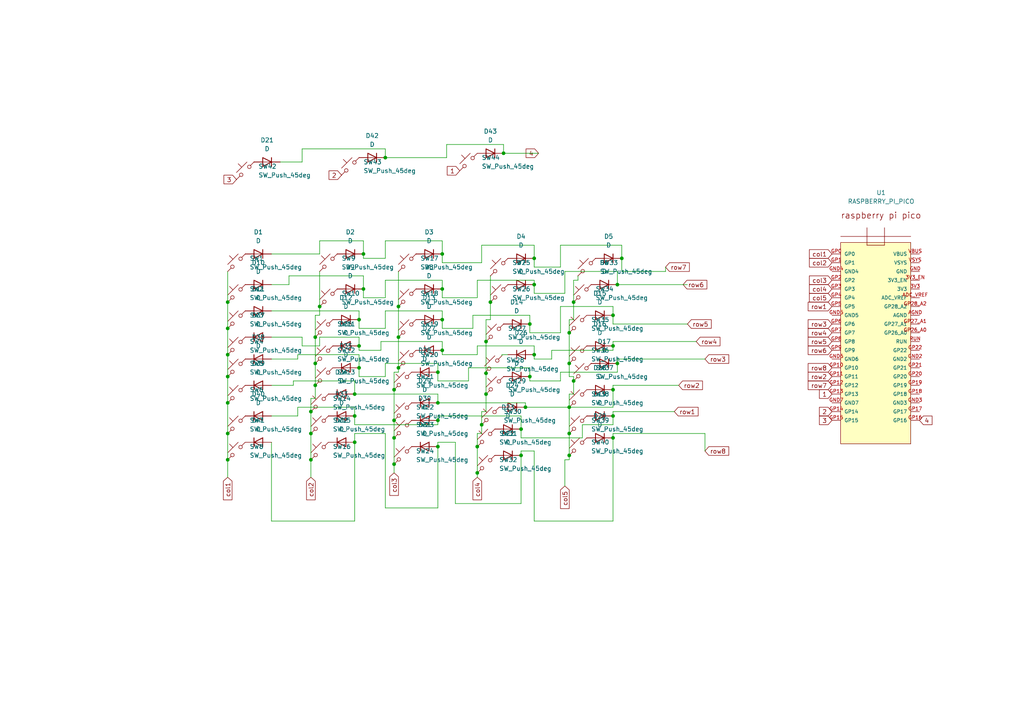
<source format=kicad_sch>
(kicad_sch (version 20231120) (generator "eeschema") (generator_version "8.0")
  (paper "A4")
  (lib_symbols
    (symbol "Device:D" (pin_numbers hide) (pin_names (offset 1.016) hide)
      (property "Reference" "D" (at 0 2.54 0))
      (property "Value" "D" (at 0 -2.54 0))
      (symbol "D_1_1"
        (pin passive line (at -3.81 0 0) (length 2.54) (name "K") (number "1"))
        (pin passive line (at 3.81 0 180) (length 2.54) (name "A") (number "2"))
      )
    )
    (symbol "Switch:SW_Push_45deg" (pin_numbers hide) (pin_names (offset 1.016) hide)
      (property "Reference" "SW" (at 3.048 1.016 0))
      (property "Value" "SW_Push_45deg" (at 0 -3.81 0))
      (symbol "SW_Push_45deg_0_1"
        (pin passive line (at -2.54 2.54 0) (length 0) (name "1") (number "1"))
        (pin passive line (at 2.54 -2.54 180) (length 0) (name "2") (number "2"))
      )
    )
    (symbol "USE_THIS_ONE:RASPBERRY_PI_PICO" (pin_names (offset 1.016))
      (property "Reference" "U" (at 0 0 0))
      (property "Value" "RASPBERRY_PI_PICO" (at 0 0 0))
      (symbol "RASPBERRY_PI_PICO_0_0"
        (text "raspberry pi pico" (at -7.62 30.48 0) (effects (font (size 1.778 1.778)) (justify left bottom)))
        (pin bidirectional line (at 15.24 10.16 180) (length 2.54) (name "3V3") (number "3V3"))
        (pin bidirectional line (at 15.24 12.7 180) (length 2.54) (name "3V3_EN") (number "3V3_EN"))
        (pin bidirectional line (at 15.24 7.62 180) (length 2.54) (name "ADC_VREF") (number "ADC_VREF"))
        (pin bidirectional line (at 15.24 2.54 180) (length 2.54) (name "AGND") (number "AGND"))
        (pin bidirectional line (at 15.24 15.24 180) (length 2.54) (name "GND") (number "GND"))
        (pin bidirectional line (at 15.24 -10.16 180) (length 2.54) (name "GND2") (number "GND2"))
        (pin bidirectional line (at 15.24 -22.86 180) (length 2.54) (name "GND3") (number "GND3"))
        (pin bidirectional line (at -10.16 15.24 0) (length 2.54) (name "GND4") (number "GND4"))
        (pin bidirectional line (at -10.16 2.54 0) (length 2.54) (name "GND5") (number "GND5"))
        (pin bidirectional line (at -10.16 -10.16 0) (length 2.54) (name "GND6") (number "GND6"))
        (pin bidirectional line (at -10.16 -22.86 0) (length 2.54) (name "GND7") (number "GND7"))
        (pin bidirectional line (at -10.16 20.32 0) (length 2.54) (name "GP0") (number "GP0"))
        (pin bidirectional line (at -10.16 17.78 0) (length 2.54) (name "GP1") (number "GP1"))
        (pin bidirectional line (at -10.16 -12.7 0) (length 2.54) (name "GP10") (number "GP10"))
        (pin bidirectional line (at -10.16 -15.24 0) (length 2.54) (name "GP11") (number "GP11"))
        (pin bidirectional line (at -10.16 -17.78 0) (length 2.54) (name "GP12") (number "GP12"))
        (pin bidirectional line (at -10.16 -20.32 0) (length 2.54) (name "GP13") (number "GP13"))
        (pin bidirectional line (at -10.16 -25.4 0) (length 2.54) (name "GP14") (number "GP14"))
        (pin bidirectional line (at -10.16 -27.94 0) (length 2.54) (name "GP15") (number "GP15"))
        (pin bidirectional line (at 15.24 -27.94 180) (length 2.54) (name "GP16") (number "GP16"))
        (pin bidirectional line (at 15.24 -25.4 180) (length 2.54) (name "GP17") (number "GP17"))
        (pin bidirectional line (at 15.24 -20.32 180) (length 2.54) (name "GP18") (number "GP18"))
        (pin bidirectional line (at 15.24 -17.78 180) (length 2.54) (name "GP19") (number "GP19"))
        (pin bidirectional line (at -10.16 12.7 0) (length 2.54) (name "GP2") (number "GP2"))
        (pin bidirectional line (at 15.24 -15.24 180) (length 2.54) (name "GP20") (number "GP20"))
        (pin bidirectional line (at 15.24 -12.7 180) (length 2.54) (name "GP21") (number "GP21"))
        (pin bidirectional line (at 15.24 -7.62 180) (length 2.54) (name "GP22") (number "GP22"))
        (pin bidirectional line (at 15.24 -2.54 180) (length 2.54) (name "GP26_A0") (number "GP26_A0"))
        (pin bidirectional line (at 15.24 0 180) (length 2.54) (name "GP27_A1") (number "GP27_A1"))
        (pin bidirectional line (at 15.24 5.08 180) (length 2.54) (name "GP28_A2") (number "GP28_A2"))
        (pin bidirectional line (at -10.16 10.16 0) (length 2.54) (name "GP3") (number "GP3"))
        (pin bidirectional line (at -10.16 7.62 0) (length 2.54) (name "GP4") (number "GP4"))
        (pin bidirectional line (at -10.16 5.08 0) (length 2.54) (name "GP5") (number "GP5"))
        (pin bidirectional line (at -10.16 0 0) (length 2.54) (name "GP6") (number "GP6"))
        (pin bidirectional line (at -10.16 -2.54 0) (length 2.54) (name "GP7") (number "GP7"))
        (pin bidirectional line (at -10.16 -5.08 0) (length 2.54) (name "GP8") (number "GP8"))
        (pin bidirectional line (at -10.16 -7.62 0) (length 2.54) (name "GP9") (number "GP9"))
        (pin bidirectional line (at 15.24 -5.08 180) (length 2.54) (name "RUN") (number "RUN"))
        (pin bidirectional line (at 15.24 20.32 180) (length 2.54) (name "VBUS") (number "VBUS"))
        (pin bidirectional line (at 15.24 17.78 180) (length 2.54) (name "VSYS") (number "VSYS"))
      )
    )
  )
  (junction (at 90.17 133.35))
  (junction (at 114.3 121.92))
  (junction (at 146.05 44.45))
  (junction (at 179.07 105.41))
  (junction (at 165.1 132.08))
  (junction (at 128.27 92.71))
  (junction (at 128.27 83.82))
  (junction (at 154.94 102.87))
  (junction (at 127 121.92))
  (junction (at 142.24 87.63))
  (junction (at 66.04 125.73))
  (junction (at 140.97 99.06))
  (junction (at 166.37 110.49))
  (junction (at 151.13 132.08))
  (junction (at 91.44 105.41))
  (junction (at 177.8 127))
  (junction (at 177.8 120.65))
  (junction (at 139.7 123.19))
  (junction (at 153.67 93.98))
  (junction (at 114.3 134.62))
  (junction (at 128.27 73.66))
  (junction (at 102.87 128.27))
  (junction (at 105.41 83.82))
  (junction (at 180.34 74.93))
  (junction (at 179.07 82.55))
  (junction (at 114.3 127))
  (junction (at 66.04 133.35))
  (junction (at 66.04 95.25))
  (junction (at 66.04 87.63))
  (junction (at 66.04 109.22))
  (junction (at 177.8 91.44))
  (junction (at 151.13 124.46))
  (junction (at 91.44 97.79))
  (junction (at 152.4 118.11))
  (junction (at 138.43 137.16))
  (junction (at 92.71 88.9))
  (junction (at 104.14 92.71))
  (junction (at 66.04 102.87))
  (junction (at 104.14 106.68))
  (junction (at 138.43 129.54))
  (junction (at 90.17 125.73))
  (junction (at 115.57 88.9))
  (junction (at 165.1 118.11))
  (junction (at 177.8 100.33))
  (junction (at 166.37 87.63))
  (junction (at 114.3 113.03))
  (junction (at 177.8 113.03))
  (junction (at 140.97 114.3))
  (junction (at 165.1 96.52))
  (junction (at 165.1 105.41))
  (junction (at 127 129.54))
  (junction (at 105.41 73.66))
  (junction (at 127 107.95))
  (junction (at 102.87 120.65))
  (junction (at 66.04 116.84))
  (junction (at 127 116.84))
  (junction (at 115.57 106.68))
  (junction (at 165.1 125.73))
  (junction (at 115.57 97.79))
  (junction (at 104.14 100.33))
  (junction (at 154.94 82.55))
  (junction (at 102.87 114.3))
  (junction (at 153.67 109.22))
  (junction (at 154.94 74.93))
  (junction (at 128.27 101.6))
  (junction (at 91.44 111.76))
  (junction (at 90.17 119.38))
  (junction (at 140.97 108.2573))
  (junction (at 111.76 45.72))
  (wire (pts (xy 142.24 87.63) (xy 142.24 92.71)))
  (wire (pts (xy 102.87 128.27) (xy 102.87 125.73)))
  (wire (pts (xy 105.41 74.93) (xy 111.76 74.93)))
  (wire (pts (xy 163.83 85.09) (xy 163.83 78.74)))
  (wire (pts (xy 115.57 107.95) (xy 114.3 107.95)))
  (wire (pts (xy 111.76 105.41) (xy 127 105.41)))
  (wire (pts (xy 179.07 78.74) (xy 179.07 82.55)))
  (wire (pts (xy 154.94 102.87) (xy 154.94 104.14)))
  (wire (pts (xy 167.64 80.01) (xy 167.64 81.28)))
  (wire (pts (xy 166.37 81.28) (xy 166.37 87.63)))
  (wire (pts (xy 127 123.19) (xy 127 121.92)))
  (wire (pts (xy 154.94 85.09) (xy 163.83 85.09)))
  (wire (pts (xy 160.02 104.14) (xy 160.02 101.6)))
  (wire (pts (xy 177.8 127) (xy 177.8 125.73)))
  (wire (pts (xy 180.34 74.93) (xy 180.34 78.74)))
  (wire (pts (xy 162.56 107.95) (xy 179.07 107.95)))
  (wire (pts (xy 87.63 46.99) (xy 87.63 43.18)))
  (wire (pts (xy 127 105.41) (xy 127 107.95)))
  (wire (pts (xy 138.43 137.16) (xy 138.43 138.43)))
  (wire (pts (xy 165.1 96.52) (xy 165.1 105.41)))
  (wire (pts (xy 92.71 97.79) (xy 104.14 97.79)))
  (wire (pts (xy 140.97 114.3) (xy 140.97 108.2573)))
  (wire (pts (xy 92.71 69.85) (xy 105.41 69.85)))
  (wire (pts (xy 168.91 123.19) (xy 177.8 123.19)))
  (wire (pts (xy 92.71 88.9) (xy 92.71 91.44)))
  (wire (pts (xy 66.04 95.25) (xy 66.04 102.87)))
  (wire (pts (xy 165.1 125.73) (xy 165.1 132.08)))
  (wire (pts (xy 165.1 114.3) (xy 165.1 118.11)))
  (wire (pts (xy 104.14 97.79) (xy 104.14 100.33)))
  (wire (pts (xy 177.8 120.65) (xy 177.8 119.38)))
  (wire (pts (xy 147.32 102.87) (xy 145.5727 102.87)))
  (wire (pts (xy 166.37 87.63) (xy 166.37 92.71)))
  (wire (pts (xy 128.27 81.28) (xy 128.27 83.82)))
  (wire (pts (xy 78.74 120.65) (xy 86.36 120.65)))
  (wire (pts (xy 102.87 118.11) (xy 102.87 120.65)))
  (wire (pts (xy 102.87 151.13) (xy 102.87 128.27)))
  (wire (pts (xy 177.8 101.6) (xy 177.8 100.33)))
  (wire (pts (xy 105.41 73.66) (xy 105.41 74.93)))
  (wire (pts (xy 163.83 133.35) (xy 163.83 140.97)))
  (wire (pts (xy 154.94 74.93) (xy 154.94 77.47)))
  (wire (pts (xy 128.27 101.6) (xy 128.27 102.87)))
  (wire (pts (xy 128.27 83.82) (xy 128.27 86.36)))
  (wire (pts (xy 111.76 81.28) (xy 128.27 81.28)))
  (wire (pts (xy 153.67 93.98) (xy 153.67 96.52)))
  (wire (pts (xy 110.49 101.6) (xy 110.49 99.06)))
  (wire (pts (xy 111.76 125.73) (xy 111.76 147.32)))
  (wire (pts (xy 153.67 110.49) (xy 162.56 110.49)))
  (wire (pts (xy 104.14 95.25) (xy 111.76 95.25)))
  (wire (pts (xy 127 128.27) (xy 132.08 128.27)))
  (wire (pts (xy 91.44 115.57) (xy 90.17 115.57)))
  (wire (pts (xy 135.89 110.49) (xy 135.89 106.68)))
  (wire (pts (xy 165.1 118.11) (xy 165.1 125.73)))
  (wire (pts (xy 177.8 125.73) (xy 204.47 125.73)))
  (wire (pts (xy 115.57 88.9) (xy 115.57 97.79)))
  (wire (pts (xy 140.97 119.38) (xy 139.7 119.38)))
  (wire (pts (xy 92.71 73.66) (xy 92.71 69.85)))
  (wire (pts (xy 102.87 114.3) (xy 127 114.3)))
  (wire (pts (xy 114.3 107.95) (xy 114.3 113.03)))
  (wire (pts (xy 128.27 92.71) (xy 128.27 95.25)))
  (wire (pts (xy 139.7 119.38) (xy 139.7 123.19)))
  (wire (pts (xy 127 116.84) (xy 152.4 116.84)))
  (wire (pts (xy 165.1 109.22) (xy 166.37 109.22)))
  (wire (pts (xy 152.4 118.11) (xy 165.1 118.11)))
  (wire (pts (xy 138.43 129.54) (xy 138.43 137.16)))
  (wire (pts (xy 139.7 125.73) (xy 138.43 125.73)))
  (wire (pts (xy 86.36 104.14) (xy 86.36 102.87)))
  (wire (pts (xy 128.27 90.17) (xy 128.27 92.71)))
  (wire (pts (xy 102.87 123.19) (xy 127 123.19)))
  (wire (pts (xy 92.71 100.33) (xy 92.71 97.79)))
  (wire (pts (xy 91.44 97.79) (xy 91.44 105.41)))
  (wire (pts (xy 92.71 78.74) (xy 92.71 88.9)))
  (wire (pts (xy 102.87 120.65) (xy 102.87 123.19)))
  (wire (pts (xy 128.27 73.66) (xy 128.27 76.2)))
  (wire (pts (xy 177.8 99.06) (xy 201.93 99.06)))
  (wire (pts (xy 86.36 102.87) (xy 104.14 102.87)))
  (wire (pts (xy 137.16 91.44) (xy 153.67 91.44)))
  (wire (pts (xy 128.27 95.25) (xy 137.16 95.25)))
  (wire (pts (xy 177.8 100.33) (xy 177.8 99.06)))
  (wire (pts (xy 115.57 78.74) (xy 115.57 88.9)))
  (wire (pts (xy 140.97 114.3) (xy 140.97 119.38)))
  (wire (pts (xy 162.56 110.49) (xy 162.56 107.95)))
  (wire (pts (xy 139.7 76.2) (xy 139.7 71.12)))
  (wire (pts (xy 153.67 109.22) (xy 153.67 110.49)))
  (wire (pts (xy 102.87 110.49) (xy 102.87 114.3)))
  (wire (pts (xy 138.43 125.73) (xy 138.43 129.54)))
  (wire (pts (xy 165.1 118.11) (xy 177.8 118.11)))
  (wire (pts (xy 165.1 132.08) (xy 165.1 133.35)))
  (wire (pts (xy 87.63 97.79) (xy 87.63 100.33)))
  (wire (pts (xy 127 147.32) (xy 127 129.54)))
  (wire (pts (xy 66.04 116.84) (xy 66.04 125.73)))
  (wire (pts (xy 66.04 109.22) (xy 66.04 116.84)))
  (wire (pts (xy 78.74 128.27) (xy 78.74 151.13)))
  (wire (pts (xy 140.97 99.06) (xy 140.97 108.2573)))
  (wire (pts (xy 138.43 86.36) (xy 138.43 81.28)))
  (wire (pts (xy 177.8 118.11) (xy 177.8 113.03)))
  (wire (pts (xy 78.74 104.14) (xy 86.36 104.14)))
  (wire (pts (xy 104.14 109.22) (xy 111.76 109.22)))
  (wire (pts (xy 128.27 76.2) (xy 139.7 76.2)))
  (wire (pts (xy 90.17 119.38) (xy 90.17 125.73)))
  (wire (pts (xy 105.41 86.36) (xy 111.76 86.36)))
  (wire (pts (xy 162.56 77.47) (xy 162.56 71.12)))
  (wire (pts (xy 78.74 73.66) (xy 92.71 73.66)))
  (wire (pts (xy 177.8 91.44) (xy 177.8 93.98)))
  (wire (pts (xy 66.04 133.35) (xy 66.04 138.43)))
  (wire (pts (xy 111.76 90.17) (xy 128.27 90.17)))
  (wire (pts (xy 154.94 71.12) (xy 154.94 74.93)))
  (wire (pts (xy 151.13 130.81) (xy 154.94 130.81)))
  (wire (pts (xy 162.56 88.9) (xy 177.8 88.9)))
  (wire (pts (xy 138.43 100.33) (xy 154.94 100.33)))
  (wire (pts (xy 165.1 92.71) (xy 165.1 96.52)))
  (wire (pts (xy 78.74 97.79) (xy 87.63 97.79)))
  (wire (pts (xy 193.04 77.47) (xy 193.04 78.74)))
  (wire (pts (xy 166.37 110.49) (xy 166.37 114.3)))
  (wire (pts (xy 78.74 151.13) (xy 102.87 151.13)))
  (wire (pts (xy 111.76 74.93) (xy 111.76 69.85)))
  (wire (pts (xy 179.07 82.55) (xy 199.39 82.55)))
  (wire (pts (xy 128.27 102.87) (xy 138.43 102.87)))
  (wire (pts (xy 154.94 151.13) (xy 177.8 151.13)))
  (wire (pts (xy 152.4 116.84) (xy 152.4 118.11)))
  (wire (pts (xy 85.09 111.76) (xy 85.09 110.49)))
  (wire (pts (xy 66.04 125.73) (xy 66.04 133.35)))
  (wire (pts (xy 166.37 109.22) (xy 166.37 110.49)))
  (wire (pts (xy 91.44 91.44) (xy 91.44 97.79)))
  (wire (pts (xy 127 114.3) (xy 127 116.84)))
  (wire (pts (xy 85.09 110.49) (xy 102.87 110.49)))
  (wire (pts (xy 128.27 86.36) (xy 138.43 86.36)))
  (wire (pts (xy 153.67 106.68) (xy 153.67 109.22)))
  (wire (pts (xy 163.83 78.74) (xy 179.07 78.74)))
  (wire (pts (xy 115.57 97.79) (xy 115.57 106.68)))
  (wire (pts (xy 111.76 43.18) (xy 111.76 45.72)))
  (wire (pts (xy 142.24 80.01) (xy 142.24 87.63)))
  (wire (pts (xy 151.13 124.46) (xy 151.13 127)))
  (wire (pts (xy 104.14 92.71) (xy 104.14 95.25)))
  (wire (pts (xy 140.97 92.71) (xy 140.97 99.06)))
  (wire (pts (xy 177.8 151.13) (xy 177.8 127)))
  (wire (pts (xy 138.43 102.87) (xy 138.43 100.33)))
  (wire (pts (xy 179.07 107.95) (xy 179.07 105.41)))
  (wire (pts (xy 78.74 82.55) (xy 83.82 82.55)))
  (wire (pts (xy 87.63 100.33) (xy 92.71 100.33)))
  (wire (pts (xy 151.13 127) (xy 168.91 127)))
  (wire (pts (xy 114.3 127) (xy 114.3 134.62)))
  (wire (pts (xy 114.3 113.03) (xy 114.3 121.92)))
  (wire (pts (xy 151.13 146.05) (xy 151.13 132.08)))
  (wire (pts (xy 105.41 69.85) (xy 105.41 73.66)))
  (wire (pts (xy 104.14 100.33) (xy 104.14 101.6)))
  (wire (pts (xy 115.57 106.68) (xy 115.57 107.95)))
  (wire (pts (xy 166.37 92.71) (xy 165.1 92.71)))
  (wire (pts (xy 66.04 102.87) (xy 66.04 109.22)))
  (wire (pts (xy 111.76 45.72) (xy 129.54 45.72)))
  (wire (pts (xy 151.13 120.65) (xy 151.13 124.46)))
  (wire (pts (xy 111.76 86.36) (xy 111.76 81.28)))
  (wire (pts (xy 180.34 78.74) (xy 193.04 78.74)))
  (wire (pts (xy 92.71 91.44) (xy 91.44 91.44)))
  (wire (pts (xy 151.13 132.08) (xy 151.13 130.81)))
  (wire (pts (xy 180.34 71.12) (xy 180.34 74.93)))
  (wire (pts (xy 114.3 134.62) (xy 114.3 137.16)))
  (wire (pts (xy 177.8 123.19) (xy 177.8 120.65)))
  (wire (pts (xy 127 110.49) (xy 135.89 110.49)))
  (wire (pts (xy 129.54 45.72) (xy 129.54 41.91)))
  (wire (pts (xy 105.41 80.01) (xy 105.41 83.82)))
  (wire (pts (xy 127 129.54) (xy 127 128.27)))
  (wire (pts (xy 91.44 105.41) (xy 91.44 111.76)))
  (wire (pts (xy 128.27 69.85) (xy 128.27 73.66)))
  (wire (pts (xy 90.17 125.73) (xy 90.17 133.35)))
  (wire (pts (xy 129.54 41.91) (xy 146.05 41.91)))
  (wire (pts (xy 66.04 78.74) (xy 66.04 87.63)))
  (wire (pts (xy 145.5727 102.87) (xy 145.5727 103.1773)))
  (wire (pts (xy 132.08 128.27) (xy 132.08 146.05)))
  (wire (pts (xy 104.14 106.68) (xy 104.14 109.22)))
  (wire (pts (xy 177.8 113.03) (xy 177.8 111.76)))
  (wire (pts (xy 140.97 108.2573) (xy 140.4927 108.2573)))
  (wire (pts (xy 86.36 118.11) (xy 102.87 118.11)))
  (wire (pts (xy 127 121.92) (xy 127 120.65)))
  (wire (pts (xy 90.17 133.35) (xy 90.17 138.43)))
  (wire (pts (xy 87.63 43.18) (xy 111.76 43.18)))
  (wire (pts (xy 66.04 87.63) (xy 66.04 95.25)))
  (wire (pts (xy 146.05 44.45) (xy 156.21 44.45)))
  (wire (pts (xy 154.94 82.55) (xy 154.94 85.09)))
  (wire (pts (xy 83.82 80.01) (xy 105.41 80.01)))
  (wire (pts (xy 162.56 96.52) (xy 162.56 88.9)))
  (wire (pts (xy 177.8 88.9) (xy 177.8 91.44)))
  (wire (pts (xy 179.07 104.14) (xy 204.47 104.14)))
  (wire (pts (xy 142.24 92.71) (xy 140.97 92.71)))
  (wire (pts (xy 166.37 114.3) (xy 165.1 114.3)))
  (wire (pts (xy 128.27 99.06) (xy 128.27 101.6)))
  (wire (pts (xy 160.02 101.6) (xy 177.8 101.6)))
  (wire (pts (xy 127 120.65) (xy 151.13 120.65)))
  (wire (pts (xy 83.82 82.55) (xy 83.82 80.01)))
  (wire (pts (xy 132.08 146.05) (xy 151.13 146.05)))
  (wire (pts (xy 168.91 127) (xy 168.91 123.19)))
  (wire (pts (xy 154.94 104.14) (xy 160.02 104.14)))
  (wire (pts (xy 154.94 77.47) (xy 162.56 77.47)))
  (wire (pts (xy 204.47 125.73) (xy 204.47 130.81)))
  (wire (pts (xy 86.36 120.65) (xy 86.36 118.11)))
  (wire (pts (xy 111.76 147.32) (xy 127 147.32)))
  (wire (pts (xy 146.05 41.91) (xy 146.05 44.45)))
  (wire (pts (xy 105.41 83.82) (xy 105.41 86.36)))
  (wire (pts (xy 78.74 90.17) (xy 104.14 90.17)))
  (wire (pts (xy 102.87 125.73) (xy 111.76 125.73)))
  (wire (pts (xy 153.67 91.44) (xy 153.67 93.98)))
  (wire (pts (xy 179.07 105.41) (xy 179.07 104.14)))
  (wire (pts (xy 110.49 99.06) (xy 128.27 99.06)))
  (wire (pts (xy 139.7 123.19) (xy 139.7 125.73)))
  (wire (pts (xy 111.76 95.25) (xy 111.76 90.17)))
  (wire (pts (xy 165.1 133.35) (xy 163.83 133.35)))
  (wire (pts (xy 111.76 69.85) (xy 128.27 69.85)))
  (wire (pts (xy 111.76 109.22) (xy 111.76 105.41)))
  (wire (pts (xy 135.89 106.68) (xy 153.67 106.68)))
  (wire (pts (xy 139.7 71.12) (xy 154.94 71.12)))
  (wire (pts (xy 78.74 111.76) (xy 85.09 111.76)))
  (wire (pts (xy 154.94 130.81) (xy 154.94 151.13)))
  (wire (pts (xy 90.17 115.57) (xy 90.17 119.38)))
  (wire (pts (xy 138.43 81.28) (xy 154.94 81.28)))
  (wire (pts (xy 162.56 71.12) (xy 180.34 71.12)))
  (wire (pts (xy 153.67 96.52) (xy 162.56 96.52)))
  (wire (pts (xy 91.44 111.76) (xy 91.44 115.57)))
  (wire (pts (xy 165.1 105.41) (xy 165.1 109.22)))
  (wire (pts (xy 154.94 100.33) (xy 154.94 102.87)))
  (wire (pts (xy 114.3 121.92) (xy 114.3 127)))
  (wire (pts (xy 154.94 81.28) (xy 154.94 82.55)))
  (wire (pts (xy 81.28 46.99) (xy 87.63 46.99)))
  (wire (pts (xy 177.8 119.38) (xy 195.58 119.38)))
  (wire (pts (xy 177.8 93.98) (xy 199.39 93.98)))
  (wire (pts (xy 137.16 95.25) (xy 137.16 91.44)))
  (wire (pts (xy 167.64 81.28) (xy 166.37 81.28)))
  (wire (pts (xy 177.8 111.76) (xy 196.85 111.76)))
  (wire (pts (xy 104.14 102.87) (xy 104.14 106.68)))
  (wire (pts (xy 104.14 90.17) (xy 104.14 92.71)))
  (wire (pts (xy 127 107.95) (xy 127 110.49)))
  (wire (pts (xy 104.14 101.6) (xy 110.49 101.6)))
  (global_label "col2" (shape input) (at 241.3 76.2 180) (property "Intersheetrefs" "${INTERSHEET_REFS}" (effects (hide yes))))
  (global_label "row2" (shape input) (at 241.3 109.22 180) (property "Intersheetrefs" "${INTERSHEET_REFS}" (effects (hide yes))))
  (global_label "2" (shape input) (at 241.3 119.38 180) (property "Intersheetrefs" "${INTERSHEET_REFS}" (effects (hide yes))))
  (global_label "col5" (shape input) (at 241.3 86.36 180) (property "Intersheetrefs" "${INTERSHEET_REFS}" (effects (hide yes))))
  (global_label "row1" (shape input) (at 241.3 88.9 180) (property "Intersheetrefs" "${INTERSHEET_REFS}" (effects (hide yes))))
  (global_label "4" (shape input) (at 266.7 121.92 0) (property "Intersheetrefs" "${INTERSHEET_REFS}" (effects (hide yes))))
  (global_label "col3" (shape input) (at 114.3 137.16 270) (property "Intersheetrefs" "${INTERSHEET_REFS}" (effects (hide yes))))
  (global_label "row8" (shape input) (at 241.3 106.68 180) (property "Intersheetrefs" "${INTERSHEET_REFS}" (effects (hide yes))))
  (global_label "row3" (shape input) (at 241.3 93.98 180) (property "Intersheetrefs" "${INTERSHEET_REFS}" (effects (hide yes))))
  (global_label "row6" (shape input) (at 198.12 82.55 0) (property "Intersheetrefs" "${INTERSHEET_REFS}" (effects (hide yes))))
  (global_label "3" (shape input) (at 241.3 121.92 180) (property "Intersheetrefs" "${INTERSHEET_REFS}" (effects (hide yes))))
  (global_label "row7" (shape input) (at 241.3 111.76 180) (property "Intersheetrefs" "${INTERSHEET_REFS}" (effects (hide yes))))
  (global_label "col3" (shape input) (at 241.3 81.28 180) (property "Intersheetrefs" "${INTERSHEET_REFS}" (effects (hide yes))))
  (global_label "row8" (shape input) (at 204.47 130.81 0) (property "Intersheetrefs" "${INTERSHEET_REFS}" (effects (hide yes))))
  (global_label "row6" (shape input) (at 241.3 101.6 180) (property "Intersheetrefs" "${INTERSHEET_REFS}" (effects (hide yes))))
  (global_label "row7" (shape input) (at 193.04 77.47 0) (property "Intersheetrefs" "${INTERSHEET_REFS}" (effects (hide yes))))
  (global_label "row2" (shape input) (at 196.85 111.76 0) (property "Intersheetrefs" "${INTERSHEET_REFS}" (effects (hide yes))))
  (global_label "2" (shape input) (at 99.06 50.8 180) (property "Intersheetrefs" "${INTERSHEET_REFS}" (effects (hide yes))))
  (global_label "row4" (shape input) (at 201.93 99.06 0) (property "Intersheetrefs" "${INTERSHEET_REFS}" (effects (hide yes))))
  (global_label "row5" (shape input) (at 241.3 99.06 180) (property "Intersheetrefs" "${INTERSHEET_REFS}" (effects (hide yes))))
  (global_label "col4" (shape input) (at 138.43 138.43 270) (property "Intersheetrefs" "${INTERSHEET_REFS}" (effects (hide yes))))
  (global_label "4" (shape input) (at 156.21 44.45 180) (property "Intersheetrefs" "${INTERSHEET_REFS}" (effects (hide yes))))
  (global_label "3" (shape input) (at 68.58 52.07 180) (property "Intersheetrefs" "${INTERSHEET_REFS}" (effects (hide yes))))
  (global_label "row3" (shape input) (at 204.47 104.14 0) (property "Intersheetrefs" "${INTERSHEET_REFS}" (effects (hide yes))))
  (global_label "col4" (shape input) (at 241.3 83.82 180) (property "Intersheetrefs" "${INTERSHEET_REFS}" (effects (hide yes))))
  (global_label "row4" (shape input) (at 241.3 96.52 180) (property "Intersheetrefs" "${INTERSHEET_REFS}" (effects (hide yes))))
  (global_label "col5" (shape input) (at 163.83 140.97 270) (property "Intersheetrefs" "${INTERSHEET_REFS}" (effects (hide yes))))
  (global_label "col1" (shape input) (at 66.04 138.43 270) (property "Intersheetrefs" "${INTERSHEET_REFS}" (effects (hide yes))))
  (global_label "col2" (shape input) (at 90.17 138.43 270) (property "Intersheetrefs" "${INTERSHEET_REFS}" (effects (hide yes))))
  (global_label "col1" (shape input) (at 241.3 73.66 180) (property "Intersheetrefs" "${INTERSHEET_REFS}" (effects (hide yes))))
  (global_label "row1" (shape input) (at 195.58 119.38 0) (property "Intersheetrefs" "${INTERSHEET_REFS}" (effects (hide yes))))
  (global_label "row5" (shape input) (at 199.39 93.98 0) (property "Intersheetrefs" "${INTERSHEET_REFS}" (effects (hide yes))))
  (global_label "1" (shape input) (at 241.3 114.3 180) (property "Intersheetrefs" "${INTERSHEET_REFS}" (effects (hide yes))))
  (global_label "1" (shape input) (at 133.35 49.53 180) (property "Intersheetrefs" "${INTERSHEET_REFS}" (effects (hide yes))))
  (symbol (lib_id "Switch:SW_Push_45deg") (at 144.78 77.47 90) (unit 1)
    (property "Reference" "SW25" (at 148.59 76.1999 90) (effects (justify right)))
    (property "Value" "SW_Push_45deg" (at 148.59 78.7399 90) (effects (justify right)))
    (property "Footprint" "Button_Switch_Keyboard:SW_Cherry_MX_1.00u_PCB" (effects (hide yes)))
    (property "Description" "Push button switch, normally open, two pins, 45° tilted" (effects (hide yes)))
  )
  (symbol (lib_id "Device:D") (at 149.86 93.98 180) (unit 1)
    (property "Reference" "D14" (at 149.86 87.63 0))
    (property "Value" "D" (at 149.86 90.17 0))
    (property "Footprint" "1N4148:DIOAD753W49L380D172B" (effects (hide yes)))
    (property "Description" "Diode" (effects (hide yes)))
    (property "Sim.Device" "D" (effects (hide yes)))
    (property "Sim.Pins" "1=K 2=A" (effects (hide yes)))
  )
  (symbol (lib_id "Device:D") (at 101.6 83.82 180) (unit 1)
    (property "Reference" "D9" (at 101.6 77.47 0))
    (property "Value" "D" (at 101.6 80.01 0))
    (property "Footprint" "1N4148:DIOAD753W49L380D172B" (effects (hide yes)))
    (property "Description" "Diode" (effects (hide yes)))
    (property "Sim.Device" "D" (effects (hide yes)))
    (property "Sim.Pins" "1=K 2=A" (effects (hide yes)))
  )
  (symbol (lib_id "USE_THIS_ONE:RASPBERRY_PI_PICO") (at 251.46 93.98 0) (unit 1)
    (property "Reference" "U1" (at 255.5571 55.88 0))
    (property "Value" "RASPBERRY_PI_PICO" (at 255.5571 58.42 0))
    (property "Footprint" "USE_THIS_ONE:RASPBERRY_PI_PICO" (effects (hide yes)))
    (property "MF" "Raspberry Pi" (effects (hide yes)))
    (property "Description_1" "\n                        \n                            Raspberry Pi Board, Arm Cortex-M0+; Core Architecture:Arm; Core Sub-Architecture:Cortex-M0+; Kit Contents:Raspberry Pi Pico Board; No. Of Bits:32Bit; Silicon Core Number:Rp2040; Silicon Manufacturer:Raspberry Pi |Raspberry-Pi RASPBERRY PI PICO\n                        \n" (effects (hide yes)))
    (property "Package" "None" (effects (hide yes)))
    (property "Price" "None" (effects (hide yes)))
    (property "SnapEDA_Link" "https://www.snapeda.com/parts/RASPBERRY%20PI%20PICO/Raspberry+Pi/view-part/?ref=snap" (effects (hide yes)))
    (property "MP" "RASPBERRY PI PICO" (effects (hide yes)))
    (property "Availability" "Not in stock" (effects (hide yes)))
    (property "Check_prices" "https://www.snapeda.com/parts/RASPBERRY%20PI%20PICO/Raspberry+Pi/view-part/?ref=eda" (effects (hide yes)))
  )
  (symbol (lib_id "Switch:SW_Push_45deg") (at 92.71 123.19 90) (unit 1)
    (property "Reference" "SW15" (at 96.52 121.9199 90) (effects (justify right)))
    (property "Value" "SW_Push_45deg" (at 96.52 124.4599 90) (effects (justify right)))
    (property "Footprint" "Button_Switch_Keyboard:SW_Cherry_MX_1.00u_PCB" (effects (hide yes)))
    (property "Description" "Push button switch, normally open, two pins, 45° tilted" (effects (hide yes)))
  )
  (symbol (lib_id "Switch:SW_Push_45deg") (at 68.58 130.81 90) (unit 1)
    (property "Reference" "SW8" (at 72.39 129.5399 90) (effects (justify right)))
    (property "Value" "SW_Push_45deg" (at 72.39 132.0799 90) (effects (justify right)))
    (property "Footprint" "Button_Switch_Keyboard:SW_Cherry_MX_1.00u_PCB" (effects (hide yes)))
    (property "Description" "Push button switch, normally open, two pins, 45° tilted" (effects (hide yes)))
  )
  (symbol (lib_id "Switch:SW_Push_45deg") (at 101.6 48.26 90) (unit 1)
    (property "Reference" "SW43" (at 105.41 46.9899 90) (effects (justify right)))
    (property "Value" "SW_Push_45deg" (at 105.41 49.5299 90) (effects (justify right)))
    (property "Footprint" "Button_Switch_Keyboard:SW_Cherry_MX_1.00u_PCB" (effects (hide yes)))
    (property "Description" "Push button switch, normally open, two pins, 45° tilted" (effects (hide yes)))
  )
  (symbol (lib_id "Device:D") (at 74.93 90.17 180) (unit 1)
    (property "Reference" "D11" (at 74.93 83.82 0))
    (property "Value" "D" (at 74.93 86.36 0))
    (property "Footprint" "1N4148:DIOAD753W49L380D172B" (effects (hide yes)))
    (property "Description" "Diode" (effects (hide yes)))
    (property "Sim.Device" "D" (effects (hide yes)))
    (property "Sim.Pins" "1=K 2=A" (effects (hide yes)))
  )
  (symbol (lib_id "Device:D") (at 151.13 82.55 180) (unit 1)
    (property "Reference" "D7" (at 151.13 76.2 0))
    (property "Value" "D" (at 151.13 78.74 0))
    (property "Footprint" "1N4148:DIOAD753W49L380D172B" (effects (hide yes)))
    (property "Description" "Diode" (effects (hide yes)))
    (property "Sim.Device" "D" (effects (hide yes)))
    (property "Sim.Pins" "1=K 2=A" (effects (hide yes)))
  )
  (symbol (lib_id "Device:D") (at 100.33 100.33 0) (unit 1)
    (property "Reference" "D36" (at 100.33 93.98 0))
    (property "Value" "D" (at 100.33 96.52 0))
    (property "Footprint" "1N4148:DIOAD753W49L380D172B" (effects (hide yes)))
    (property "Description" "Diode" (effects (hide yes)))
    (property "Sim.Device" "D" (effects (hide yes)))
    (property "Sim.Pins" "1=K 2=A" (effects (hide yes)))
  )
  (symbol (lib_id "Device:D") (at 173.99 120.65 180) (unit 1)
    (property "Reference" "D19" (at 173.99 114.3 0))
    (property "Value" "D" (at 173.99 116.84 0))
    (property "Footprint" "1N4148:DIOAD753W49L380D172B" (effects (hide yes)))
    (property "Description" "Diode" (effects (hide yes)))
    (property "Sim.Device" "D" (effects (hide yes)))
    (property "Sim.Pins" "1=K 2=A" (effects (hide yes)))
  )
  (symbol (lib_id "Device:D") (at 124.46 83.82 180) (unit 1)
    (property "Reference" "D8" (at 124.46 77.47 0))
    (property "Value" "D" (at 124.46 80.01 0))
    (property "Footprint" "1N4148:DIOAD753W49L380D172B" (effects (hide yes)))
    (property "Description" "Diode" (effects (hide yes)))
    (property "Sim.Device" "D" (effects (hide yes)))
    (property "Sim.Pins" "1=K 2=A" (effects (hide yes)))
  )
  (symbol (lib_id "Switch:SW_Push_45deg") (at 140.97 134.62 90) (unit 1)
    (property "Reference" "SW32" (at 144.78 133.3499 90) (effects (justify right)))
    (property "Value" "SW_Push_45deg" (at 144.78 135.8899 90) (effects (justify right)))
    (property "Footprint" "Button_Switch_Keyboard:SW_Cherry_MX_1.00u_PCB" (effects (hide yes)))
    (property "Description" "Push button switch, normally open, two pins, 45° tilted" (effects (hide yes)))
  )
  (symbol (lib_id "Switch:SW_Push_45deg") (at 167.64 123.19 90) (unit 1)
    (property "Reference" "SW39" (at 171.45 121.9199 90) (effects (justify right)))
    (property "Value" "SW_Push_45deg" (at 171.45 124.4599 90) (effects (justify right)))
    (property "Footprint" "Button_Switch_Keyboard:SW_Cherry_MX_1.00u_PCB" (effects (hide yes)))
    (property "Description" "Push button switch, normally open, two pins, 45° tilted" (effects (hide yes)))
  )
  (symbol (lib_id "Device:D") (at 101.6 73.66 180) (unit 1)
    (property "Reference" "D2" (at 101.6 67.31 0))
    (property "Value" "D" (at 101.6 69.85 0))
    (property "Footprint" "1N4148:DIOAD753W49L380D172B" (effects (hide yes)))
    (property "Description" "Diode" (effects (hide yes)))
    (property "Sim.Device" "D" (effects (hide yes)))
    (property "Sim.Pins" "1=K 2=A" (effects (hide yes)))
  )
  (symbol (lib_id "Switch:SW_Push_45deg") (at 93.98 95.25 90) (unit 1)
    (property "Reference" "SW11" (at 97.79 93.9799 90) (effects (justify right)))
    (property "Value" "SW_Push_45deg" (at 97.79 96.5199 90) (effects (justify right)))
    (property "Footprint" "Button_Switch_Keyboard:SW_Cherry_MX_1.00u_PCB" (effects (hide yes)))
    (property "Description" "Push button switch, normally open, two pins, 45° tilted" (effects (hide yes)))
  )
  (symbol (lib_id "Switch:SW_Push_45deg") (at 118.11 76.2 90) (unit 1)
    (property "Reference" "SW17" (at 121.92 74.9299 90) (effects (justify right)))
    (property "Value" "SW_Push_45deg" (at 121.92 77.4699 90) (effects (justify right)))
    (property "Footprint" "Button_Switch_Keyboard:SW_Cherry_MX_1.00u_PCB" (effects (hide yes)))
    (property "Description" "Push button switch, normally open, two pins, 45° tilted" (effects (hide yes)))
  )
  (symbol (lib_id "Switch:SW_Push_45deg") (at 167.64 102.87 90) (unit 1)
    (property "Reference" "SW36" (at 171.45 101.5999 90) (effects (justify right)))
    (property "Value" "SW_Push_45deg" (at 171.45 104.1399 90) (effects (justify right)))
    (property "Footprint" "Button_Switch_Keyboard:SW_Cherry_MX_1.00u_PCB" (effects (hide yes)))
    (property "Description" "Push button switch, normally open, two pins, 45° tilted" (effects (hide yes)))
  )
  (symbol (lib_id "Switch:SW_Push_45deg") (at 68.58 123.19 90) (unit 1)
    (property "Reference" "SW7" (at 72.39 121.9199 90) (effects (justify right)))
    (property "Value" "SW_Push_45deg" (at 72.39 124.4599 90) (effects (justify right)))
    (property "Footprint" "Button_Switch_Keyboard:SW_Cherry_MX_1.00u_PCB" (effects (hide yes)))
    (property "Description" "Push button switch, normally open, two pins, 45° tilted" (effects (hide yes)))
  )
  (symbol (lib_id "Switch:SW_Push_45deg") (at 142.24 120.65 90) (unit 1)
    (property "Reference" "SW30" (at 146.05 119.3799 90) (effects (justify right)))
    (property "Value" "SW_Push_45deg" (at 146.05 121.9199 90) (effects (justify right)))
    (property "Footprint" "Button_Switch_Keyboard:SW_Cherry_MX_1.00u_PCB" (effects (hide yes)))
    (property "Description" "Push button switch, normally open, two pins, 45° tilted" (effects (hide yes)))
  )
  (symbol (lib_id "Device:D") (at 100.33 106.68 0) (unit 1)
    (property "Reference" "D35" (at 100.33 100.33 0))
    (property "Value" "D" (at 100.33 102.87 0))
    (property "Footprint" "1N4148:DIOAD753W49L380D172B" (effects (hide yes)))
    (property "Description" "Diode" (effects (hide yes)))
    (property "Sim.Device" "D" (effects (hide yes)))
    (property "Sim.Pins" "1=K 2=A" (effects (hide yes)))
  )
  (symbol (lib_id "Switch:SW_Push_45deg") (at 68.58 106.68 90) (unit 1)
    (property "Reference" "SW5" (at 72.39 105.4099 90) (effects (justify right)))
    (property "Value" "SW_Push_45deg" (at 72.39 107.9499 90) (effects (justify right)))
    (property "Footprint" "Button_Switch_Keyboard:SW_Cherry_MX_1.00u_PCB" (effects (hide yes)))
    (property "Description" "Push button switch, normally open, two pins, 45° tilted" (effects (hide yes)))
  )
  (symbol (lib_id "Device:D") (at 74.93 104.14 0) (unit 1)
    (property "Reference" "D38" (at 74.93 97.79 0))
    (property "Value" "D" (at 74.93 100.33 0))
    (property "Footprint" "1N4148:DIOAD753W49L380D172B" (effects (hide yes)))
    (property "Description" "Diode" (effects (hide yes)))
    (property "Sim.Device" "D" (effects (hide yes)))
    (property "Sim.Pins" "1=K 2=A" (effects (hide yes)))
  )
  (symbol (lib_id "Switch:SW_Push_45deg") (at 95.25 86.36 90) (unit 1)
    (property "Reference" "SW10" (at 99.06 85.0899 90) (effects (justify right)))
    (property "Value" "SW_Push_45deg" (at 99.06 87.6299 90) (effects (justify right)))
    (property "Footprint" "Button_Switch_Keyboard:SW_Cherry_MX_1.00u_PCB" (effects (hide yes)))
    (property "Description" "Push button switch, normally open, two pins, 45° tilted" (effects (hide yes)))
  )
  (symbol (lib_id "Device:D") (at 99.06 120.65 0) (unit 1)
    (property "Reference" "D33" (at 99.06 114.3 0))
    (property "Value" "D" (at 99.06 116.84 0))
    (property "Footprint" "1N4148:DIOAD753W49L380D172B" (effects (hide yes)))
    (property "Description" "Diode" (effects (hide yes)))
    (property "Sim.Device" "D" (effects (hide yes)))
    (property "Sim.Pins" "1=K 2=A" (effects (hide yes)))
  )
  (symbol (lib_id "Switch:SW_Push_45deg") (at 144.78 85.09 90) (unit 1)
    (property "Reference" "SW26" (at 148.59 83.8199 90) (effects (justify right)))
    (property "Value" "SW_Push_45deg" (at 148.59 86.3599 90) (effects (justify right)))
    (property "Footprint" "Button_Switch_Keyboard:SW_Cherry_MX_1.00u_PCB" (effects (hide yes)))
    (property "Description" "Push button switch, normally open, two pins, 45° tilted" (effects (hide yes)))
  )
  (symbol (lib_id "Switch:SW_Push_45deg") (at 170.18 77.47 90) (unit 1)
    (property "Reference" "SW33" (at 173.99 76.1999 90) (effects (justify right)))
    (property "Value" "SW_Push_45deg" (at 173.99 78.7399 90) (effects (justify right)))
    (property "Footprint" "Button_Switch_Keyboard:SW_Cherry_MX_1.00u_PCB" (effects (hide yes)))
    (property "Description" "Push button switch, normally open, two pins, 45° tilted" (effects (hide yes)))
  )
  (symbol (lib_id "Switch:SW_Push_45deg") (at 68.58 100.33 90) (unit 1)
    (property "Reference" "SW4" (at 72.39 99.0599 90) (effects (justify right)))
    (property "Value" "SW_Push_45deg" (at 72.39 101.5999 90) (effects (justify right)))
    (property "Footprint" "Button_Switch_Keyboard:SW_Cherry_MX_1.00u_PCB" (effects (hide yes)))
    (property "Description" "Push button switch, normally open, two pins, 45° tilted" (effects (hide yes)))
  )
  (symbol (lib_id "Switch:SW_Push_45deg") (at 168.91 107.95 90) (unit 1)
    (property "Reference" "SW37" (at 172.72 106.6799 90) (effects (justify right)))
    (property "Value" "SW_Push_45deg" (at 172.72 109.2199 90) (effects (justify right)))
    (property "Footprint" "Button_Switch_Keyboard:SW_Cherry_MX_1.00u_PCB" (effects (hide yes)))
    (property "Description" "Push button switch, normally open, two pins, 45° tilted" (effects (hide yes)))
  )
  (symbol (lib_id "Switch:SW_Push_45deg") (at 143.51 111.76 90) (unit 1)
    (property "Reference" "SW29" (at 147.32 110.4899 90) (effects (justify right)))
    (property "Value" "SW_Push_45deg" (at 147.32 113.0299 90) (effects (justify right)))
    (property "Footprint" "Button_Switch_Keyboard:SW_Cherry_MX_1.00u_PCB" (effects (hide yes)))
    (property "Description" "Push button switch, normally open, two pins, 45° tilted" (effects (hide yes)))
  )
  (symbol (lib_id "Switch:SW_Push_45deg") (at 92.71 130.81 90) (unit 1)
    (property "Reference" "SW16" (at 96.52 129.5399 90) (effects (justify right)))
    (property "Value" "SW_Push_45deg" (at 96.52 132.0799 90) (effects (justify right)))
    (property "Footprint" "Button_Switch_Keyboard:SW_Cherry_MX_1.00u_PCB" (effects (hide yes)))
    (property "Description" "Push button switch, normally open, two pins, 45° tilted" (effects (hide yes)))
  )
  (symbol (lib_id "Device:D") (at 123.19 121.92 0) (unit 1)
    (property "Reference" "D30" (at 123.19 115.57 0))
    (property "Value" "D" (at 123.19 118.11 0))
    (property "Footprint" "1N4148:DIOAD753W49L380D172B" (effects (hide yes)))
    (property "Description" "Diode" (effects (hide yes)))
    (property "Sim.Device" "D" (effects (hide yes)))
    (property "Sim.Pins" "1=K 2=A" (effects (hide yes)))
  )
  (symbol (lib_id "Device:D") (at 74.93 111.76 0) (unit 1)
    (property "Reference" "D39" (at 74.93 105.41 0))
    (property "Value" "D" (at 74.93 107.95 0))
    (property "Footprint" "1N4148:DIOAD753W49L380D172B" (effects (hide yes)))
    (property "Description" "Diode" (effects (hide yes)))
    (property "Sim.Device" "D" (effects (hide yes)))
    (property "Sim.Pins" "1=K 2=A" (effects (hide yes)))
  )
  (symbol (lib_id "Switch:SW_Push_45deg") (at 143.51 96.52 90) (unit 1)
    (property "Reference" "SW27" (at 147.32 95.2499 90) (effects (justify right)))
    (property "Value" "SW_Push_45deg" (at 147.32 97.7899 90) (effects (justify right)))
    (property "Footprint" "Button_Switch_Keyboard:SW_Cherry_MX_1.00u_PCB" (effects (hide yes)))
    (property "Description" "Push button switch, normally open, two pins, 45° tilted" (effects (hide yes)))
  )
  (symbol (lib_id "Device:D") (at 176.53 74.93 180) (unit 1)
    (property "Reference" "D5" (at 176.53 68.58 0))
    (property "Value" "D" (at 176.53 71.12 0))
    (property "Footprint" "1N4148:DIOAD753W49L380D172B" (effects (hide yes)))
    (property "Description" "Diode" (effects (hide yes)))
    (property "Sim.Device" "D" (effects (hide yes)))
    (property "Sim.Pins" "1=K 2=A" (effects (hide yes)))
  )
  (symbol (lib_id "Switch:SW_Push_45deg") (at 118.11 86.36 90) (unit 1)
    (property "Reference" "SW18" (at 121.92 85.0899 90) (effects (justify right)))
    (property "Value" "SW_Push_45deg" (at 121.92 87.6299 90) (effects (justify right)))
    (property "Footprint" "Button_Switch_Keyboard:SW_Cherry_MX_1.00u_PCB" (effects (hide yes)))
    (property "Description" "Push button switch, normally open, two pins, 45° tilted" (effects (hide yes)))
  )
  (symbol (lib_id "Switch:SW_Push_45deg") (at 118.11 104.14 90) (unit 1)
    (property "Reference" "SW20" (at 121.92 102.8699 90) (effects (justify right)))
    (property "Value" "SW_Push_45deg" (at 121.92 105.4099 90) (effects (justify right)))
    (property "Footprint" "Button_Switch_Keyboard:SW_Cherry_MX_1.00u_PCB" (effects (hide yes)))
    (property "Description" "Push button switch, normally open, two pins, 45° tilted" (effects (hide yes)))
  )
  (symbol (lib_id "Device:D") (at 173.99 100.33 180) (unit 1)
    (property "Reference" "D16" (at 173.99 93.98 0))
    (property "Value" "D" (at 173.99 96.52 0))
    (property "Footprint" "1N4148:DIOAD753W49L380D172B" (effects (hide yes)))
    (property "Description" "Diode" (effects (hide yes)))
    (property "Sim.Device" "D" (effects (hide yes)))
    (property "Sim.Pins" "1=K 2=A" (effects (hide yes)))
  )
  (symbol (lib_id "Device:D") (at 74.93 120.65 0) (unit 1)
    (property "Reference" "D40" (at 74.93 114.3 0))
    (property "Value" "D" (at 74.93 116.84 0))
    (property "Footprint" "1N4148:DIOAD753W49L380D172B" (effects (hide yes)))
    (property "Description" "Diode" (effects (hide yes)))
    (property "Sim.Device" "D" (effects (hide yes)))
    (property "Sim.Pins" "1=K 2=A" (effects (hide yes)))
  )
  (symbol (lib_id "Switch:SW_Push_45deg") (at 68.58 114.3 90) (unit 1)
    (property "Reference" "SW6" (at 72.39 113.0299 90) (effects (justify right)))
    (property "Value" "SW_Push_45deg" (at 72.39 115.5699 90) (effects (justify right)))
    (property "Footprint" "Button_Switch_Keyboard:SW_Cherry_MX_1.00u_PCB" (effects (hide yes)))
    (property "Description" "Push button switch, normally open, two pins, 45° tilted" (effects (hide yes)))
  )
  (symbol (lib_id "Switch:SW_Push_45deg") (at 68.58 85.09 90) (unit 1)
    (property "Reference" "SW2" (at 72.39 83.8199 90) (effects (justify right)))
    (property "Value" "SW_Push_45deg" (at 72.39 86.3599 90) (effects (justify right)))
    (property "Footprint" "Button_Switch_Keyboard:SW_Cherry_MX_1.00u_PCB" (effects (hide yes)))
    (property "Description" "Push button switch, normally open, two pins, 45° tilted" (effects (hide yes)))
  )
  (symbol (lib_id "Device:D") (at 124.46 92.71 180) (unit 1)
    (property "Reference" "D13" (at 124.46 86.36 0))
    (property "Value" "D" (at 124.46 88.9 0))
    (property "Footprint" "1N4148:DIOAD753W49L380D172B" (effects (hide yes)))
    (property "Description" "Diode" (effects (hide yes)))
    (property "Sim.Device" "D" (effects (hide yes)))
    (property "Sim.Pins" "1=K 2=A" (effects (hide yes)))
  )
  (symbol (lib_id "Device:D") (at 148.59 118.11 180) (unit 1)
    (property "Reference" "D24" (at 148.59 111.76 0))
    (property "Value" "D" (at 148.59 114.3 0))
    (property "Footprint" "1N4148:DIOAD753W49L380D172B" (effects (hide yes)))
    (property "Description" "Diode" (effects (hide yes)))
    (property "Sim.Device" "D" (effects (hide yes)))
    (property "Sim.Pins" "1=K 2=A" (effects (hide yes)))
  )
  (symbol (lib_id "Device:D") (at 173.99 127 180) (unit 1)
    (property "Reference" "D20" (at 173.99 120.65 0))
    (property "Value" "D" (at 173.99 123.19 0))
    (property "Footprint" "1N4148:DIOAD753W49L380D172B" (effects (hide yes)))
    (property "Description" "Diode" (effects (hide yes)))
    (property "Sim.Device" "D" (effects (hide yes)))
    (property "Sim.Pins" "1=K 2=A" (effects (hide yes)))
  )
  (symbol (lib_id "Switch:SW_Push_45deg") (at 116.84 110.49 90) (unit 1)
    (property "Reference" "SW21" (at 120.65 109.2199 90) (effects (justify right)))
    (property "Value" "SW_Push_45deg" (at 120.65 111.7599 90) (effects (justify right)))
    (property "Footprint" "Button_Switch_Keyboard:SW_Cherry_MX_1.00u_PCB" (effects (hide yes)))
    (property "Description" "Push button switch, normally open, two pins, 45° tilted" (effects (hide yes)))
  )
  (symbol (lib_id "Switch:SW_Push_45deg") (at 140.97 127 90) (unit 1)
    (property "Reference" "SW31" (at 144.78 125.7299 90) (effects (justify right)))
    (property "Value" "SW_Push_45deg" (at 144.78 128.2699 90) (effects (justify right)))
    (property "Footprint" "Button_Switch_Keyboard:SW_Cherry_MX_1.00u_PCB" (effects (hide yes)))
    (property "Description" "Push button switch, normally open, two pins, 45° tilted" (effects (hide yes)))
  )
  (symbol (lib_id "Switch:SW_Push_45deg") (at 143.0327 105.7173 90) (unit 1)
    (property "Reference" "SW28" (at 146.8427 104.4472 90) (effects (justify right)))
    (property "Value" "SW_Push_45deg" (at 146.8427 106.9872 90) (effects (justify right)))
    (property "Footprint" "Button_Switch_Keyboard:SW_Cherry_MX_1.00u_PCB" (effects (hide yes)))
    (property "Description" "Push button switch, normally open, two pins, 45° tilted" (effects (hide yes)))
  )
  (symbol (lib_id "Device:D") (at 149.86 109.22 180) (unit 1)
    (property "Reference" "D25" (effects (hide yes)))
    (property "Value" "D" (at 149.86 105.41 0))
    (property "Footprint" "1N4148:DIOAD753W49L380D172B" (effects (hide yes)))
    (property "Description" "Diode" (effects (hide yes)))
    (property "Sim.Device" "D" (effects (hide yes)))
    (property "Sim.Pins" "1=K 2=A" (effects (hide yes)))
  )
  (symbol (lib_id "Device:D") (at 151.13 102.87 0) (unit 1)
    (property "Reference" "D26" (at 151.13 96.52 0))
    (property "Value" "D" (at 151.13 99.06 0))
    (property "Footprint" "1N4148:DIOAD753W49L380D172B" (effects (hide yes)))
    (property "Description" "Diode" (effects (hide yes)))
    (property "Sim.Device" "D" (effects (hide yes)))
    (property "Sim.Pins" "1=K 2=A" (effects (hide yes)))
  )
  (symbol (lib_id "Switch:SW_Push_45deg") (at 118.11 95.25 90) (unit 1)
    (property "Reference" "SW19" (at 121.92 93.9799 90) (effects (justify right)))
    (property "Value" "SW_Push_45deg" (at 121.92 96.5199 90) (effects (justify right)))
    (property "Footprint" "Button_Switch_Keyboard:SW_Cherry_MX_1.00u_PCB" (effects (hide yes)))
    (property "Description" "Push button switch, normally open, two pins, 45° tilted" (effects (hide yes)))
  )
  (symbol (lib_id "Device:D") (at 124.46 101.6 0) (unit 1)
    (property "Reference" "D27" (at 124.46 95.25 0))
    (property "Value" "D" (at 124.46 97.79 0))
    (property "Footprint" "1N4148:DIOAD753W49L380D172B" (effects (hide yes)))
    (property "Description" "Diode" (effects (hide yes)))
    (property "Sim.Device" "D" (effects (hide yes)))
    (property "Sim.Pins" "1=K 2=A" (effects (hide yes)))
  )
  (symbol (lib_id "Device:D") (at 173.99 91.44 180) (unit 1)
    (property "Reference" "D15" (at 173.99 85.09 0))
    (property "Value" "D" (at 173.99 87.63 0))
    (property "Footprint" "1N4148:DIOAD753W49L380D172B" (effects (hide yes)))
    (property "Description" "Diode" (effects (hide yes)))
    (property "Sim.Device" "D" (effects (hide yes)))
    (property "Sim.Pins" "1=K 2=A" (effects (hide yes)))
  )
  (symbol (lib_id "Switch:SW_Push_45deg") (at 68.58 92.71 90) (unit 1)
    (property "Reference" "SW3" (at 72.39 91.4399 90) (effects (justify right)))
    (property "Value" "SW_Push_45deg" (at 72.39 93.9799 90) (effects (justify right)))
    (property "Footprint" "Button_Switch_Keyboard:SW_Cherry_MX_1.00u_PCB" (effects (hide yes)))
    (property "Description" "Push button switch, normally open, two pins, 45° tilted" (effects (hide yes)))
  )
  (symbol (lib_id "Device:D") (at 77.47 46.99 180) (unit 1)
    (property "Reference" "D21" (at 77.47 40.64 0))
    (property "Value" "D" (at 77.47 43.18 0))
    (property "Footprint" "1N4148:DIOAD753W49L380D172B" (effects (hide yes)))
    (property "Description" "Diode" (effects (hide yes)))
    (property "Sim.Device" "D" (effects (hide yes)))
    (property "Sim.Pins" "1=K 2=A" (effects (hide yes)))
  )
  (symbol (lib_id "Switch:SW_Push_45deg") (at 95.25 76.2 90) (unit 1)
    (property "Reference" "SW9" (at 99.06 74.9299 90) (effects (justify right)))
    (property "Value" "SW_Push_45deg" (at 99.06 77.4699 90) (effects (justify right)))
    (property "Footprint" "Button_Switch_Keyboard:SW_Cherry_MX_1.00u_PCB" (effects (hide yes)))
    (property "Description" "Push button switch, normally open, two pins, 45° tilted" (effects (hide yes)))
  )
  (symbol (lib_id "Switch:SW_Push_45deg") (at 93.98 102.87 90) (unit 1)
    (property "Reference" "SW12" (at 97.79 101.5999 90) (effects (justify right)))
    (property "Value" "SW_Push_45deg" (at 97.79 104.1399 90) (effects (justify right)))
    (property "Footprint" "Button_Switch_Keyboard:SW_Cherry_MX_1.00u_PCB" (effects (hide yes)))
    (property "Description" "Push button switch, normally open, two pins, 45° tilted" (effects (hide yes)))
  )
  (symbol (lib_id "Switch:SW_Push_45deg") (at 168.91 85.09 90) (unit 1)
    (property "Reference" "SW34" (at 172.72 83.8199 90) (effects (justify right)))
    (property "Value" "SW_Push_45deg" (at 172.72 86.3599 90) (effects (justify right)))
    (property "Footprint" "Button_Switch_Keyboard:SW_Cherry_MX_1.00u_PCB" (effects (hide yes)))
    (property "Description" "Push button switch, normally open, two pins, 45° tilted" (effects (hide yes)))
  )
  (symbol (lib_id "Device:D") (at 124.46 73.66 180) (unit 1)
    (property "Reference" "D3" (at 124.46 67.31 0))
    (property "Value" "D" (at 124.46 69.85 0))
    (property "Footprint" "1N4148:DIOAD753W49L380D172B" (effects (hide yes)))
    (property "Description" "Diode" (effects (hide yes)))
    (property "Sim.Device" "D" (effects (hide yes)))
    (property "Sim.Pins" "1=K 2=A" (effects (hide yes)))
  )
  (symbol (lib_id "Switch:SW_Push_45deg") (at 71.12 49.53 90) (unit 1)
    (property "Reference" "SW42" (at 74.93 48.2599 90) (effects (justify right)))
    (property "Value" "SW_Push_45deg" (at 74.93 50.7999 90) (effects (justify right)))
    (property "Footprint" "Button_Switch_Keyboard:SW_Cherry_MX_1.00u_PCB" (effects (hide yes)))
    (property "Description" "Push button switch, normally open, two pins, 45° tilted" (effects (hide yes)))
  )
  (symbol (lib_id "Device:D") (at 123.19 129.54 0) (unit 1)
    (property "Reference" "D31" (at 123.19 123.19 0))
    (property "Value" "D" (at 123.19 125.73 0))
    (property "Footprint" "1N4148:DIOAD753W49L380D172B" (effects (hide yes)))
    (property "Description" "Diode" (effects (hide yes)))
    (property "Sim.Device" "D" (effects (hide yes)))
    (property "Sim.Pins" "1=K 2=A" (effects (hide yes)))
  )
  (symbol (lib_id "Switch:SW_Push_45deg") (at 135.89 46.99 90) (unit 1)
    (property "Reference" "SW44" (at 139.7 45.7199 90) (effects (justify right)))
    (property "Value" "SW_Push_45deg" (at 139.7 48.2599 90) (effects (justify right)))
    (property "Footprint" "Button_Switch_Keyboard:SW_Cherry_MX_1.00u_PCB" (effects (hide yes)))
    (property "Description" "Push button switch, normally open, two pins, 45° tilted" (effects (hide yes)))
  )
  (symbol (lib_id "Device:D") (at 123.19 116.84 0) (unit 1)
    (property "Reference" "D29" (at 123.19 110.49 0))
    (property "Value" "D" (at 123.19 113.03 0))
    (property "Footprint" "1N4148:DIOAD753W49L380D172B" (effects (hide yes)))
    (property "Description" "Diode" (effects (hide yes)))
    (property "Sim.Device" "D" (effects (hide yes)))
    (property "Sim.Pins" "1=K 2=A" (effects (hide yes)))
  )
  (symbol (lib_id "Switch:SW_Push_45deg") (at 68.58 76.2 90) (unit 1)
    (property "Reference" "SW1" (at 72.39 74.9299 90) (effects (justify right)))
    (property "Value" "SW_Push_45deg" (at 72.39 77.4699 90) (effects (justify right)))
    (property "Footprint" "Button_Switch_Keyboard:SW_Cherry_MX_1.00u_PCB" (effects (hide yes)))
    (property "Description" "Push button switch, normally open, two pins, 45° tilted" (effects (hide yes)))
  )
  (symbol (lib_id "Switch:SW_Push_45deg") (at 167.64 115.57 90) (unit 1)
    (property "Reference" "SW38" (at 171.45 114.2999 90) (effects (justify right)))
    (property "Value" "SW_Push_45deg" (at 171.45 116.8399 90) (effects (justify right)))
    (property "Footprint" "Button_Switch_Keyboard:SW_Cherry_MX_1.00u_PCB" (effects (hide yes)))
    (property "Description" "Push button switch, normally open, two pins, 45° tilted" (effects (hide yes)))
  )
  (symbol (lib_id "Device:D") (at 99.06 128.27 0) (unit 1)
    (property "Reference" "D32" (at 99.06 121.92 0))
    (property "Value" "D" (at 99.06 124.46 0))
    (property "Footprint" "1N4148:DIOAD753W49L380D172B" (effects (hide yes)))
    (property "Description" "Diode" (effects (hide yes)))
    (property "Sim.Device" "D" (effects (hide yes)))
    (property "Sim.Pins" "1=K 2=A" (effects (hide yes)))
  )
  (symbol (lib_id "Device:D") (at 175.26 82.55 180) (unit 1)
    (property "Reference" "D6" (at 175.26 76.2 0))
    (property "Value" "D" (at 175.26 78.74 0))
    (property "Footprint" "1N4148:DIOAD753W49L380D172B" (effects (hide yes)))
    (property "Description" "Diode" (effects (hide yes)))
    (property "Sim.Device" "D" (effects (hide yes)))
    (property "Sim.Pins" "1=K 2=A" (effects (hide yes)))
  )
  (symbol (lib_id "Switch:SW_Push_45deg") (at 116.84 119.38 90) (unit 1)
    (property "Reference" "SW22" (at 120.65 118.1099 90) (effects (justify right)))
    (property "Value" "SW_Push_45deg" (at 120.65 120.6499 90) (effects (justify right)))
    (property "Footprint" "Button_Switch_Keyboard:SW_Cherry_MX_1.00u_PCB" (effects (hide yes)))
    (property "Description" "Push button switch, normally open, two pins, 45° tilted" (effects (hide yes)))
  )
  (symbol (lib_id "Device:D") (at 74.93 97.79 0) (unit 1)
    (property "Reference" "D37" (at 74.93 91.44 0))
    (property "Value" "D" (at 74.93 93.98 0))
    (property "Footprint" "1N4148:DIOAD753W49L380D172B" (effects (hide yes)))
    (property "Description" "Diode" (effects (hide yes)))
    (property "Sim.Device" "D" (effects (hide yes)))
    (property "Sim.Pins" "1=K 2=A" (effects (hide yes)))
  )
  (symbol (lib_id "Device:D") (at 173.99 113.03 180) (unit 1)
    (property "Reference" "D18" (at 173.99 106.68 0))
    (property "Value" "D" (at 173.99 109.22 0))
    (property "Footprint" "1N4148:DIOAD753W49L380D172B" (effects (hide yes)))
    (property "Description" "Diode" (effects (hide yes)))
    (property "Sim.Device" "D" (effects (hide yes)))
    (property "Sim.Pins" "1=K 2=A" (effects (hide yes)))
  )
  (symbol (lib_id "Device:D") (at 142.24 44.45 180) (unit 1)
    (property "Reference" "D43" (at 142.24 38.1 0))
    (property "Value" "D" (at 142.24 40.64 0))
    (property "Footprint" "1N4148:DIOAD753W49L380D172B" (effects (hide yes)))
    (property "Description" "Diode" (effects (hide yes)))
    (property "Sim.Device" "D" (effects (hide yes)))
    (property "Sim.Pins" "1=K 2=A" (effects (hide yes)))
  )
  (symbol (lib_id "Switch:SW_Push_45deg") (at 167.64 129.54 90) (unit 1)
    (property "Reference" "SW40" (at 171.45 128.2699 90) (effects (justify right)))
    (property "Value" "SW_Push_45deg" (at 171.45 130.8099 90) (effects (justify right)))
    (property "Footprint" "Button_Switch_Keyboard:SW_Cherry_MX_1.00u_PCB" (effects (hide yes)))
    (property "Description" "Push button switch, normally open, two pins, 45° tilted" (effects (hide yes)))
  )
  (symbol (lib_id "Device:D") (at 147.32 132.08 180) (unit 1)
    (property "Reference" "D22" (at 147.32 125.73 0))
    (property "Value" "D" (at 147.32 128.27 0))
    (property "Footprint" "1N4148:DIOAD753W49L380D172B" (effects (hide yes)))
    (property "Description" "Diode" (effects (hide yes)))
    (property "Sim.Device" "D" (effects (hide yes)))
    (property "Sim.Pins" "1=K 2=A" (effects (hide yes)))
  )
  (symbol (lib_id "Device:D") (at 147.32 124.46 180) (unit 1)
    (property "Reference" "D23" (at 147.32 118.11 0))
    (property "Value" "D" (at 147.32 120.65 0))
    (property "Footprint" "1N4148:DIOAD753W49L380D172B" (effects (hide yes)))
    (property "Description" "Diode" (effects (hide yes)))
    (property "Sim.Device" "D" (effects (hide yes)))
    (property "Sim.Pins" "1=K 2=A" (effects (hide yes)))
  )
  (symbol (lib_id "Switch:SW_Push_45deg") (at 93.98 109.22 90) (unit 1)
    (property "Reference" "SW13" (at 97.79 107.9499 90) (effects (justify right)))
    (property "Value" "SW_Push_45deg" (at 97.79 110.4899 90) (effects (justify right)))
    (property "Footprint" "Button_Switch_Keyboard:SW_Cherry_MX_1.00u_PCB" (effects (hide yes)))
    (property "Description" "Push button switch, normally open, two pins, 45° tilted" (effects (hide yes)))
  )
  (symbol (lib_id "Device:D") (at 175.26 105.41 180) (unit 1)
    (property "Reference" "D17" (at 175.26 99.06 0))
    (property "Value" "D" (at 175.26 101.6 0))
    (property "Footprint" "1N4148:DIOAD753W49L380D172B" (effects (hide yes)))
    (property "Description" "Diode" (effects (hide yes)))
    (property "Sim.Device" "D" (effects (hide yes)))
    (property "Sim.Pins" "1=K 2=A" (effects (hide yes)))
  )
  (symbol (lib_id "Device:D") (at 107.95 45.72 180) (unit 1)
    (property "Reference" "D42" (at 107.95 39.37 0))
    (property "Value" "D" (at 107.95 41.91 0))
    (property "Footprint" "1N4148:DIOAD753W49L380D172B" (effects (hide yes)))
    (property "Description" "Diode" (effects (hide yes)))
    (property "Sim.Device" "D" (effects (hide yes)))
    (property "Sim.Pins" "1=K 2=A" (effects (hide yes)))
  )
  (symbol (lib_id "Device:D") (at 100.33 92.71 180) (unit 1)
    (property "Reference" "D12" (at 100.33 86.36 0))
    (property "Value" "D" (at 100.33 88.9 0))
    (property "Footprint" "1N4148:DIOAD753W49L380D172B" (effects (hide yes)))
    (property "Description" "Diode" (effects (hide yes)))
    (property "Sim.Device" "D" (effects (hide yes)))
    (property "Sim.Pins" "1=K 2=A" (effects (hide yes)))
  )
  (symbol (lib_id "Switch:SW_Push_45deg") (at 167.64 93.98 90) (unit 1)
    (property "Reference" "SW35" (at 171.45 92.7099 90) (effects (justify right)))
    (property "Value" "SW_Push_45deg" (at 171.45 95.2499 90) (effects (justify right)))
    (property "Footprint" "Button_Switch_Keyboard:SW_Cherry_MX_1.00u_PCB" (effects (hide yes)))
    (property "Description" "Push button switch, normally open, two pins, 45° tilted" (effects (hide yes)))
  )
  (symbol (lib_id "Device:D") (at 74.93 82.55 180) (unit 1)
    (property "Reference" "D10" (at 74.93 76.2 0))
    (property "Value" "D" (at 74.93 78.74 0))
    (property "Footprint" "1N4148:DIOAD753W49L380D172B" (effects (hide yes)))
    (property "Description" "Diode" (effects (hide yes)))
    (property "Sim.Device" "D" (effects (hide yes)))
    (property "Sim.Pins" "1=K 2=A" (effects (hide yes)))
  )
  (symbol (lib_id "Device:D") (at 151.13 74.93 180) (unit 1)
    (property "Reference" "D4" (at 151.13 68.58 0))
    (property "Value" "D" (at 151.13 71.12 0))
    (property "Footprint" "1N4148:DIOAD753W49L380D172B" (effects (hide yes)))
    (property "Description" "Diode" (effects (hide yes)))
    (property "Sim.Device" "D" (effects (hide yes)))
    (property "Sim.Pins" "1=K 2=A" (effects (hide yes)))
  )
  (symbol (lib_id "Device:D") (at 74.93 128.27 0) (unit 1)
    (property "Reference" "D41" (at 74.93 121.92 0))
    (property "Value" "D" (at 74.93 124.46 0))
    (property "Footprint" "1N4148:DIOAD753W49L380D172B" (effects (hide yes)))
    (property "Description" "Diode" (effects (hide yes)))
    (property "Sim.Device" "D" (effects (hide yes)))
    (property "Sim.Pins" "1=K 2=A" (effects (hide yes)))
  )
  (symbol (lib_id "Device:D") (at 99.06 114.3 0) (unit 1)
    (property "Reference" "D34" (at 99.06 107.95 0))
    (property "Value" "D" (at 99.06 110.49 0))
    (property "Footprint" "1N4148:DIOAD753W49L380D172B" (effects (hide yes)))
    (property "Description" "Diode" (effects (hide yes)))
    (property "Sim.Device" "D" (effects (hide yes)))
    (property "Sim.Pins" "1=K 2=A" (effects (hide yes)))
  )
  (symbol (lib_id "Switch:SW_Push_45deg") (at 116.84 124.46 90) (unit 1)
    (property "Reference" "SW23" (at 120.65 123.1899 90) (effects (justify right)))
    (property "Value" "SW_Push_45deg" (at 120.65 125.7299 90) (effects (justify right)))
    (property "Footprint" "Button_Switch_Keyboard:SW_Cherry_MX_1.00u_PCB" (effects (hide yes)))
    (property "Description" "Push button switch, normally open, two pins, 45° tilted" (effects (hide yes)))
  )
  (symbol (lib_id "Switch:SW_Push_45deg") (at 116.84 132.08 90) (unit 1)
    (property "Reference" "SW24" (at 120.65 130.8099 90) (effects (justify right)))
    (property "Value" "SW_Push_45deg" (at 120.65 133.3499 90) (effects (justify right)))
    (property "Footprint" "Button_Switch_Keyboard:SW_Cherry_MX_1.00u_PCB" (effects (hide yes)))
    (property "Description" "Push button switch, normally open, two pins, 45° tilted" (effects (hide yes)))
  )
  (symbol (lib_id "Device:D") (at 123.19 107.95 0) (unit 1)
    (property "Reference" "D28" (at 123.19 101.6 0))
    (property "Value" "D" (at 123.19 104.14 0))
    (property "Footprint" "1N4148:DIOAD753W49L380D172B" (effects (hide yes)))
    (property "Description" "Diode" (effects (hide yes)))
    (property "Sim.Device" "D" (effects (hide yes)))
    (property "Sim.Pins" "1=K 2=A" (effects (hide yes)))
  )
  (symbol (lib_id "Device:D") (at 74.93 73.66 180) (unit 1)
    (property "Reference" "D1" (at 74.93 67.31 0))
    (property "Value" "D" (at 74.93 69.85 0))
    (property "Footprint" "1N4148:DIOAD753W49L380D172B" (effects (hide yes)))
    (property "Description" "Diode" (effects (hide yes)))
    (property "Sim.Device" "D" (effects (hide yes)))
    (property "Sim.Pins" "1=K 2=A" (effects (hide yes)))
  )
  (symbol (lib_id "Switch:SW_Push_45deg") (at 92.71 116.84 90) (unit 1)
    (property "Reference" "SW14" (at 96.52 115.5699 90) (effects (justify right)))
    (property "Value" "SW_Push_45deg" (at 96.52 118.1099 90) (effects (justify right)))
    (property "Footprint" "Button_Switch_Keyboard:SW_Cherry_MX_1.00u_PCB" (effects (hide yes)))
    (property "Description" "Push button switch, normally open, two pins, 45° tilted" (effects (hide yes)))
  )
)
</source>
